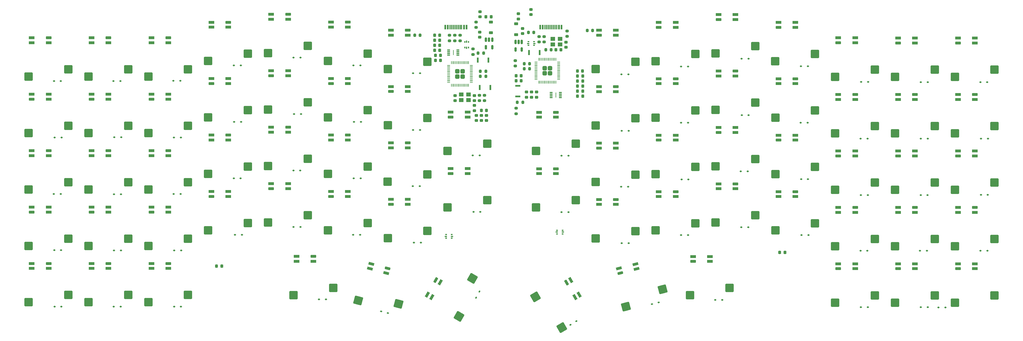
<source format=gbr>
%TF.GenerationSoftware,KiCad,Pcbnew,7.0.8*%
%TF.CreationDate,2025-08-29T19:51:39-04:00*%
%TF.ProjectId,Sango,53616e67-6f2e-46b6-9963-61645f706362,rev?*%
%TF.SameCoordinates,Original*%
%TF.FileFunction,Paste,Top*%
%TF.FilePolarity,Positive*%
%FSLAX46Y46*%
G04 Gerber Fmt 4.6, Leading zero omitted, Abs format (unit mm)*
G04 Created by KiCad (PCBNEW 7.0.8) date 2025-08-29 19:51:39*
%MOMM*%
%LPD*%
G01*
G04 APERTURE LIST*
G04 Aperture macros list*
%AMRoundRect*
0 Rectangle with rounded corners*
0 $1 Rounding radius*
0 $2 $3 $4 $5 $6 $7 $8 $9 X,Y pos of 4 corners*
0 Add a 4 corners polygon primitive as box body*
4,1,4,$2,$3,$4,$5,$6,$7,$8,$9,$2,$3,0*
0 Add four circle primitives for the rounded corners*
1,1,$1+$1,$2,$3*
1,1,$1+$1,$4,$5*
1,1,$1+$1,$6,$7*
1,1,$1+$1,$8,$9*
0 Add four rect primitives between the rounded corners*
20,1,$1+$1,$2,$3,$4,$5,0*
20,1,$1+$1,$4,$5,$6,$7,0*
20,1,$1+$1,$6,$7,$8,$9,0*
20,1,$1+$1,$8,$9,$2,$3,0*%
%AMRotRect*
0 Rectangle, with rotation*
0 The origin of the aperture is its center*
0 $1 length*
0 $2 width*
0 $3 Rotation angle, in degrees counterclockwise*
0 Add horizontal line*
21,1,$1,$2,0,0,$3*%
G04 Aperture macros list end*
%ADD10R,1.700000X0.820000*%
%ADD11RoundRect,0.205000X0.645000X0.205000X-0.645000X0.205000X-0.645000X-0.205000X0.645000X-0.205000X0*%
%ADD12RoundRect,0.112500X0.187500X0.112500X-0.187500X0.112500X-0.187500X-0.112500X0.187500X-0.112500X0*%
%ADD13RoundRect,0.112500X-0.187500X-0.112500X0.187500X-0.112500X0.187500X0.112500X-0.187500X0.112500X0*%
%ADD14RoundRect,0.225000X-0.250000X0.225000X-0.250000X-0.225000X0.250000X-0.225000X0.250000X0.225000X0*%
%ADD15RoundRect,0.205000X-0.645000X-0.205000X0.645000X-0.205000X0.645000X0.205000X-0.645000X0.205000X0*%
%ADD16RoundRect,0.200000X0.200000X0.275000X-0.200000X0.275000X-0.200000X-0.275000X0.200000X-0.275000X0*%
%ADD17RoundRect,0.112500X-0.003678X0.218630X-0.191178X-0.106130X0.003678X-0.218630X0.191178X0.106130X0*%
%ADD18RoundRect,0.225000X-0.225000X-0.250000X0.225000X-0.250000X0.225000X0.250000X-0.225000X0.250000X0*%
%ADD19RoundRect,0.200000X-0.275000X0.200000X-0.275000X-0.200000X0.275000X-0.200000X0.275000X0.200000X0*%
%ADD20RoundRect,0.200000X0.275000X-0.200000X0.275000X0.200000X-0.275000X0.200000X-0.275000X-0.200000X0*%
%ADD21R,0.550000X1.500000*%
%ADD22RoundRect,0.225000X0.250000X-0.225000X0.250000X0.225000X-0.250000X0.225000X-0.250000X-0.225000X0*%
%ADD23RotRect,1.700000X0.820000X195.000000*%
%ADD24RoundRect,0.205000X0.569964X0.364953X-0.676080X0.031077X-0.569964X-0.364953X0.676080X-0.031077X0*%
%ADD25RoundRect,0.225000X0.375000X-0.225000X0.375000X0.225000X-0.375000X0.225000X-0.375000X-0.225000X0*%
%ADD26R,0.500000X0.375000*%
%ADD27R,0.650000X0.300000*%
%ADD28RoundRect,0.218750X0.256250X-0.218750X0.256250X0.218750X-0.256250X0.218750X-0.256250X-0.218750X0*%
%ADD29RoundRect,0.218750X-0.256250X0.218750X-0.256250X-0.218750X0.256250X-0.218750X0.256250X0.218750X0*%
%ADD30RoundRect,0.150000X-0.150000X0.512500X-0.150000X-0.512500X0.150000X-0.512500X0.150000X0.512500X0*%
%ADD31R,1.400000X1.200000*%
%ADD32RoundRect,0.112500X0.210228X0.060138X-0.151994X0.157195X-0.210228X-0.060138X0.151994X-0.157195X0*%
%ADD33R,1.500000X0.550000*%
%ADD34RoundRect,0.200000X-0.200000X-0.275000X0.200000X-0.275000X0.200000X0.275000X-0.200000X0.275000X0*%
%ADD35R,0.600000X1.450000*%
%ADD36R,0.300000X1.450000*%
%ADD37RotRect,1.700000X0.820000X120.000000*%
%ADD38RoundRect,0.205000X0.500035X-0.456086X-0.144965X0.661086X-0.500035X0.456086X0.144965X-0.661086X0*%
%ADD39RotRect,1.700000X0.820000X345.000000*%
%ADD40RoundRect,0.205000X-0.676080X-0.031077X0.569964X-0.364953X0.676080X0.031077X-0.569964X0.364953X0*%
%ADD41RotRect,1.700000X0.820000X60.000000*%
%ADD42RoundRect,0.205000X-0.144965X-0.661086X0.500035X0.456086X0.144965X0.661086X-0.500035X-0.456086X0*%
%ADD43R,0.375000X0.500000*%
%ADD44R,0.300000X0.650000*%
%ADD45R,0.900000X0.300000*%
%ADD46R,0.250000X1.650000*%
%ADD47RoundRect,0.225000X0.225000X0.250000X-0.225000X0.250000X-0.225000X-0.250000X0.225000X-0.250000X0*%
%ADD48RoundRect,0.112500X-0.151994X-0.157195X0.210228X-0.060138X0.151994X0.157195X-0.210228X0.060138X0*%
%ADD49RoundRect,0.218750X-0.218750X-0.256250X0.218750X-0.256250X0.218750X0.256250X-0.218750X0.256250X0*%
%ADD50RoundRect,0.112500X0.106130X0.191178X-0.218630X0.003678X-0.106130X-0.191178X0.218630X-0.003678X0*%
%ADD51RoundRect,0.249999X0.395001X0.395001X-0.395001X0.395001X-0.395001X-0.395001X0.395001X-0.395001X0*%
%ADD52RoundRect,0.050000X0.387500X0.050000X-0.387500X0.050000X-0.387500X-0.050000X0.387500X-0.050000X0*%
%ADD53RoundRect,0.050000X0.050000X0.387500X-0.050000X0.387500X-0.050000X-0.387500X0.050000X-0.387500X0*%
%ADD54RoundRect,0.249999X-0.395001X-0.395001X0.395001X-0.395001X0.395001X0.395001X-0.395001X0.395001X0*%
%ADD55RoundRect,0.050000X-0.387500X-0.050000X0.387500X-0.050000X0.387500X0.050000X-0.387500X0.050000X0*%
%ADD56RoundRect,0.050000X-0.050000X-0.387500X0.050000X-0.387500X0.050000X0.387500X-0.050000X0.387500X0*%
%ADD57RoundRect,0.250000X-1.025000X-1.000000X1.025000X-1.000000X1.025000X1.000000X-1.025000X1.000000X0*%
%ADD58RoundRect,0.250000X0.353525X-1.387676X1.378525X0.387676X-0.353525X1.387676X-1.378525X-0.387676X0*%
%ADD59RoundRect,0.250000X-1.248893X-0.700636X0.731255X-1.231215X1.248893X0.700636X-0.731255X1.231215X0*%
%ADD60RoundRect,0.250000X-0.731255X-1.231215X1.248893X-0.700636X0.731255X1.231215X-1.248893X0.700636X0*%
%ADD61RoundRect,0.250000X-1.378525X0.387676X-0.353525X-1.387676X1.378525X-0.387676X0.353525X1.387676X0*%
G04 APERTURE END LIST*
D10*
%TO.C,D139*%
X145180000Y-249612582D03*
X145180000Y-251112582D03*
D11*
X140080000Y-251112582D03*
D10*
X140080000Y-249612582D03*
%TD*%
D12*
%TO.C,D55*%
X166987500Y-243250000D03*
X164887500Y-243250000D03*
%TD*%
D13*
%TO.C,D19*%
X318380000Y-245870000D03*
X320480000Y-245870000D03*
%TD*%
D12*
%TO.C,D51*%
X94537500Y-250340000D03*
X92437500Y-250340000D03*
%TD*%
D14*
%TO.C,C6*%
X235380000Y-219505000D03*
X235380000Y-221055000D03*
%TD*%
D10*
%TO.C,D100*%
X158180000Y-231644000D03*
X158180000Y-230144000D03*
D15*
X163280000Y-230144000D03*
D10*
X163280000Y-231644000D03*
%TD*%
%TO.C,D121*%
X140080000Y-234019000D03*
X140080000Y-232519000D03*
D15*
X145180000Y-232519000D03*
D10*
X145180000Y-234019000D03*
%TD*%
%TO.C,D94*%
X370925000Y-237318582D03*
X370925000Y-238818582D03*
D11*
X365825000Y-238818582D03*
D10*
X365825000Y-237318582D03*
%TD*%
D16*
%TO.C,R9*%
X236305000Y-210880000D03*
X234655000Y-210880000D03*
%TD*%
D12*
%TO.C,D47*%
X149087500Y-228520000D03*
X146987500Y-228520000D03*
%TD*%
D10*
%TO.C,D96*%
X334725000Y-237318582D03*
X334725000Y-238818582D03*
D11*
X329625000Y-238818582D03*
D10*
X329625000Y-237318582D03*
%TD*%
%TO.C,D80*%
X293450000Y-214618582D03*
X293450000Y-213118582D03*
D15*
X298550000Y-213118582D03*
D10*
X298550000Y-214618582D03*
%TD*%
D14*
%TO.C,C17*%
X221760000Y-226565000D03*
X221760000Y-228115000D03*
%TD*%
D17*
%TO.C,D72*%
X221165000Y-279940673D03*
X220115000Y-281759327D03*
%TD*%
D13*
%TO.C,D33*%
X292450000Y-282430000D03*
X294550000Y-282430000D03*
%TD*%
%TO.C,D25*%
X282090000Y-262830000D03*
X284190000Y-262830000D03*
%TD*%
D10*
%TO.C,D123*%
X239175000Y-244218582D03*
X239175000Y-242718582D03*
D15*
X244275000Y-242718582D03*
D10*
X244275000Y-244218582D03*
%TD*%
%TO.C,D119*%
X85780000Y-204544000D03*
X85780000Y-203044000D03*
D15*
X90880000Y-203044000D03*
D10*
X90880000Y-204544000D03*
%TD*%
%TO.C,D138*%
X163280000Y-247237582D03*
X163280000Y-248737582D03*
D11*
X158180000Y-248737582D03*
D10*
X158180000Y-247237582D03*
%TD*%
D13*
%TO.C,D4*%
X318352500Y-211690000D03*
X320452500Y-211690000D03*
%TD*%
D12*
%TO.C,D67*%
X94760000Y-284510000D03*
X92660000Y-284510000D03*
%TD*%
D13*
%TO.C,D17*%
X282230000Y-245930000D03*
X284330000Y-245930000D03*
%TD*%
D18*
%TO.C,C19*%
X207570000Y-203810000D03*
X209120000Y-203810000D03*
%TD*%
D10*
%TO.C,D75*%
X334725000Y-203071600D03*
X334725000Y-204571600D03*
D11*
X329625000Y-204571600D03*
D10*
X329625000Y-203071600D03*
%TD*%
%TO.C,D126*%
X293450000Y-248793582D03*
X293450000Y-247293582D03*
D15*
X298550000Y-247293582D03*
D10*
X298550000Y-248793582D03*
%TD*%
D12*
%TO.C,D68*%
X112667500Y-284490000D03*
X110567500Y-284490000D03*
%TD*%
D13*
%TO.C,D34*%
X336480000Y-284630000D03*
X338580000Y-284630000D03*
%TD*%
D12*
%TO.C,D66*%
X221427500Y-255780000D03*
X219327500Y-255780000D03*
%TD*%
D19*
%TO.C,R2*%
X232260000Y-224385000D03*
X232260000Y-226035000D03*
%TD*%
D10*
%TO.C,D125*%
X275350000Y-251168582D03*
X275350000Y-249668582D03*
D15*
X280450000Y-249668582D03*
D10*
X280450000Y-251168582D03*
%TD*%
%TO.C,D142*%
X103880000Y-272919000D03*
X103880000Y-271419000D03*
D15*
X108980000Y-271419000D03*
D10*
X108980000Y-272919000D03*
%TD*%
D20*
%TO.C,R19*%
X215280000Y-203945000D03*
X215280000Y-202295000D03*
%TD*%
D12*
%TO.C,D39*%
X130697500Y-216120000D03*
X128597500Y-216120000D03*
%TD*%
%TO.C,D56*%
X185220000Y-245670000D03*
X183120000Y-245670000D03*
%TD*%
D21*
%TO.C,SW4*%
X220605000Y-209800000D03*
X223855000Y-209800000D03*
%TD*%
D10*
%TO.C,D120*%
X181380000Y-215419000D03*
X181380000Y-216919000D03*
D11*
X176280000Y-216919000D03*
D10*
X176280000Y-215419000D03*
%TD*%
D13*
%TO.C,D1*%
X264090000Y-214120000D03*
X266190000Y-214120000D03*
%TD*%
D10*
%TO.C,D99*%
X163280000Y-213044000D03*
X163280000Y-214544000D03*
D11*
X158180000Y-214544000D03*
D10*
X158180000Y-213044000D03*
%TD*%
D22*
%TO.C,C1*%
X234200000Y-201775000D03*
X234200000Y-200225000D03*
%TD*%
D13*
%TO.C,D23*%
X245942500Y-255880000D03*
X248042500Y-255880000D03*
%TD*%
D12*
%TO.C,D70*%
X174700000Y-282310000D03*
X172600000Y-282310000D03*
%TD*%
D10*
%TO.C,D141*%
X85780000Y-272919000D03*
X85780000Y-271419000D03*
D15*
X90880000Y-271419000D03*
D10*
X90880000Y-272919000D03*
%TD*%
%TO.C,D102*%
X121980000Y-204544000D03*
X121980000Y-203044000D03*
D15*
X127080000Y-203044000D03*
D10*
X127080000Y-204544000D03*
%TD*%
D23*
%TO.C,D133*%
X268262494Y-271581015D03*
X268650722Y-273029904D03*
D24*
X263724500Y-274349881D03*
D23*
X263336272Y-272900992D03*
%TD*%
D10*
%TO.C,D83*%
X347725000Y-221743582D03*
X347725000Y-220243582D03*
D15*
X352825000Y-220243582D03*
D10*
X352825000Y-221743582D03*
%TD*%
D20*
%TO.C,R20*%
X213730000Y-203955000D03*
X213730000Y-202305000D03*
%TD*%
D13*
%TO.C,D20*%
X336482500Y-250690000D03*
X338582500Y-250690000D03*
%TD*%
D10*
%TO.C,D82*%
X329625000Y-221743582D03*
X329625000Y-220243582D03*
D15*
X334725000Y-220243582D03*
D10*
X334725000Y-221743582D03*
%TD*%
%TO.C,D107*%
X127080000Y-220144000D03*
X127080000Y-221644000D03*
D11*
X121980000Y-221644000D03*
D10*
X121980000Y-220144000D03*
%TD*%
%TO.C,D116*%
X199466577Y-217819000D03*
X199466577Y-219319000D03*
D11*
X194366577Y-219319000D03*
D10*
X194366577Y-217819000D03*
%TD*%
%TO.C,D79*%
X262350000Y-200743582D03*
X262350000Y-202243582D03*
D11*
X257250000Y-202243582D03*
D10*
X257250000Y-200743582D03*
%TD*%
D12*
%TO.C,D50*%
X203207500Y-230960000D03*
X201107500Y-230960000D03*
%TD*%
D25*
%TO.C,D73*%
X232230000Y-202117500D03*
X232230000Y-198817500D03*
%TD*%
D19*
%TO.C,R7*%
X219200000Y-206435000D03*
X219200000Y-208085000D03*
%TD*%
D25*
%TO.C,D122*%
X224650000Y-201560000D03*
X224650000Y-198260000D03*
%TD*%
D26*
%TO.C,U5*%
X244590000Y-261372500D03*
D27*
X244515000Y-261910000D03*
D26*
X244590000Y-262447500D03*
X246290000Y-262447500D03*
D27*
X246365000Y-261910000D03*
D26*
X246290000Y-261372500D03*
%TD*%
D10*
%TO.C,D106*%
X140080000Y-199844000D03*
X140080000Y-198344000D03*
D15*
X145180000Y-198344000D03*
D10*
X145180000Y-199844000D03*
%TD*%
%TO.C,D98*%
X103880000Y-204544000D03*
X103880000Y-203044000D03*
D15*
X108980000Y-203044000D03*
D10*
X108980000Y-204544000D03*
%TD*%
D28*
%TO.C,FB1*%
X236750000Y-196027500D03*
X236750000Y-194452500D03*
%TD*%
D12*
%TO.C,D64*%
X185047500Y-262740000D03*
X182947500Y-262740000D03*
%TD*%
D29*
%TO.C,F1*%
X232910000Y-195782500D03*
X232910000Y-197357500D03*
%TD*%
D12*
%TO.C,D61*%
X130980000Y-267440000D03*
X128880000Y-267440000D03*
%TD*%
D10*
%TO.C,D118*%
X194366577Y-202244000D03*
X194366577Y-200744000D03*
D15*
X199466577Y-200744000D03*
D10*
X199466577Y-202244000D03*
%TD*%
D12*
%TO.C,D46*%
X130867500Y-233260000D03*
X128767500Y-233260000D03*
%TD*%
D10*
%TO.C,D84*%
X365825000Y-221743582D03*
X365825000Y-220243582D03*
D15*
X370925000Y-220243582D03*
D10*
X370925000Y-221743582D03*
%TD*%
%TO.C,D137*%
X181380000Y-249612582D03*
X181380000Y-251112582D03*
D11*
X176280000Y-251112582D03*
D10*
X176280000Y-249612582D03*
%TD*%
%TO.C,D89*%
X239175000Y-227118582D03*
X239175000Y-225618582D03*
D15*
X244275000Y-225618582D03*
D10*
X244275000Y-227118582D03*
%TD*%
D20*
%TO.C,R14*%
X239170000Y-204335000D03*
X239170000Y-202685000D03*
%TD*%
D10*
%TO.C,D90*%
X257250000Y-219343582D03*
X257250000Y-217843582D03*
D15*
X262350000Y-217843582D03*
D10*
X262350000Y-219343582D03*
%TD*%
%TO.C,D85*%
X370925000Y-203143582D03*
X370925000Y-204643582D03*
D11*
X365825000Y-204643582D03*
D10*
X365825000Y-203143582D03*
%TD*%
D18*
%TO.C,C10*%
X250790000Y-214670000D03*
X252340000Y-214670000D03*
%TD*%
D30*
%TO.C,U3*%
X225000000Y-203642500D03*
X224050000Y-203642500D03*
X223100000Y-203642500D03*
X223100000Y-205917500D03*
X225000000Y-205917500D03*
%TD*%
D18*
%TO.C,C30*%
X141665000Y-272210000D03*
X143215000Y-272210000D03*
%TD*%
D12*
%TO.C,D65*%
X203420000Y-265090000D03*
X201320000Y-265090000D03*
%TD*%
D31*
%TO.C,Y1*%
X245520000Y-203340000D03*
X243320000Y-203340000D03*
X243320000Y-205040000D03*
X245520000Y-205040000D03*
%TD*%
D10*
%TO.C,D76*%
X316625000Y-198368582D03*
X316625000Y-199868582D03*
D11*
X311525000Y-199868582D03*
D10*
X311525000Y-198368582D03*
%TD*%
D18*
%TO.C,C15*%
X207565000Y-202290000D03*
X209115000Y-202290000D03*
%TD*%
D10*
%TO.C,D128*%
X329625000Y-255918582D03*
X329625000Y-254418582D03*
D15*
X334725000Y-254418582D03*
D10*
X334725000Y-255918582D03*
%TD*%
D12*
%TO.C,D37*%
X94600000Y-216150000D03*
X92500000Y-216150000D03*
%TD*%
%TO.C,D49*%
X185317500Y-228500000D03*
X183217500Y-228500000D03*
%TD*%
D19*
%TO.C,R17*%
X220140000Y-198275000D03*
X220140000Y-199925000D03*
%TD*%
D16*
%TO.C,R3*%
X234225000Y-222620000D03*
X232575000Y-222620000D03*
%TD*%
D10*
%TO.C,D101*%
X108980000Y-254344000D03*
X108980000Y-255844000D03*
D11*
X103880000Y-255844000D03*
D10*
X103880000Y-254344000D03*
%TD*%
%TO.C,D78*%
X280450000Y-198368582D03*
X280450000Y-199868582D03*
D11*
X275350000Y-199868582D03*
D10*
X275350000Y-198368582D03*
%TD*%
D22*
%TO.C,C23*%
X213810000Y-222080000D03*
X213810000Y-220530000D03*
%TD*%
D18*
%TO.C,C5*%
X250790000Y-220740000D03*
X252340000Y-220740000D03*
%TD*%
D32*
%TO.C,D71*%
X193484222Y-286441760D03*
X191455778Y-285898240D03*
%TD*%
D10*
%TO.C,D104*%
X176280000Y-234019000D03*
X176280000Y-232519000D03*
D15*
X181380000Y-232519000D03*
D10*
X181380000Y-234019000D03*
%TD*%
D18*
%TO.C,C11*%
X232195000Y-216070000D03*
X233745000Y-216070000D03*
%TD*%
D21*
%TO.C,SW3*%
X221225000Y-218130000D03*
X224475000Y-218130000D03*
%TD*%
D10*
%TO.C,D108*%
X194366577Y-236394000D03*
X194366577Y-234894000D03*
D15*
X199466577Y-234894000D03*
D10*
X199466577Y-236394000D03*
%TD*%
D19*
%TO.C,R4*%
X232010000Y-209975000D03*
X232010000Y-211625000D03*
%TD*%
D13*
%TO.C,D26*%
X300330000Y-260430000D03*
X302430000Y-260430000D03*
%TD*%
D10*
%TO.C,D115*%
X90880000Y-220144000D03*
X90880000Y-221644000D03*
D11*
X85780000Y-221644000D03*
D10*
X85780000Y-220144000D03*
%TD*%
%TO.C,D140*%
X127080000Y-254344000D03*
X127080000Y-255844000D03*
D11*
X121980000Y-255844000D03*
D10*
X121980000Y-254344000D03*
%TD*%
D13*
%TO.C,D5*%
X336530000Y-216460000D03*
X338630000Y-216460000D03*
%TD*%
D18*
%TO.C,C14*%
X250790000Y-217700000D03*
X252340000Y-217700000D03*
%TD*%
D10*
%TO.C,D88*%
X262350000Y-234943582D03*
X262350000Y-236443582D03*
D11*
X257250000Y-236443582D03*
D10*
X257250000Y-234943582D03*
%TD*%
D12*
%TO.C,D45*%
X112847500Y-233210000D03*
X110747500Y-233210000D03*
%TD*%
D14*
%TO.C,C26*%
X219590000Y-220530000D03*
X219590000Y-222080000D03*
%TD*%
D10*
%TO.C,D132*%
X290837592Y-269295077D03*
X290837592Y-270795077D03*
D11*
X285737592Y-270795077D03*
D10*
X285737592Y-269295077D03*
%TD*%
D13*
%TO.C,D22*%
X372750000Y-250610000D03*
X374850000Y-250610000D03*
%TD*%
D10*
%TO.C,D81*%
X311525000Y-216968582D03*
X311525000Y-215468582D03*
D15*
X316625000Y-215468582D03*
D10*
X316625000Y-216968582D03*
%TD*%
%TO.C,D113*%
X103880000Y-238744000D03*
X103880000Y-237244000D03*
D15*
X108980000Y-237244000D03*
D10*
X108980000Y-238744000D03*
%TD*%
D19*
%TO.C,R11*%
X247670000Y-201005000D03*
X247670000Y-202655000D03*
%TD*%
D13*
%TO.C,D14*%
X372812500Y-233590000D03*
X374912500Y-233590000D03*
%TD*%
D31*
%TO.C,Y2*%
X215600000Y-221935000D03*
X217800000Y-221935000D03*
X217800000Y-220235000D03*
X215600000Y-220235000D03*
%TD*%
D13*
%TO.C,D12*%
X336350000Y-233580000D03*
X338450000Y-233580000D03*
%TD*%
D18*
%TO.C,C27*%
X207575000Y-206850000D03*
X209125000Y-206850000D03*
%TD*%
D12*
%TO.C,D48*%
X167180000Y-226190000D03*
X165080000Y-226190000D03*
%TD*%
D10*
%TO.C,D135*%
X217555000Y-242662582D03*
X217555000Y-244162582D03*
D11*
X212455000Y-244162582D03*
D10*
X212455000Y-242662582D03*
%TD*%
D33*
%TO.C,SW2*%
X232720000Y-220855000D03*
X232720000Y-217605000D03*
%TD*%
D12*
%TO.C,D41*%
X167017500Y-209050000D03*
X164917500Y-209050000D03*
%TD*%
%TO.C,D69*%
X130917500Y-284530000D03*
X128817500Y-284530000D03*
%TD*%
D10*
%TO.C,D131*%
X334725000Y-271518582D03*
X334725000Y-273018582D03*
D11*
X329625000Y-273018582D03*
D10*
X329625000Y-271518582D03*
%TD*%
D13*
%TO.C,D9*%
X282102500Y-228800000D03*
X284202500Y-228800000D03*
%TD*%
D10*
%TO.C,D87*%
X280450000Y-232568582D03*
X280450000Y-234068582D03*
D11*
X275350000Y-234068582D03*
D10*
X275350000Y-232568582D03*
%TD*%
D34*
%TO.C,R6*%
X220725000Y-207700000D03*
X222375000Y-207700000D03*
%TD*%
D10*
%TO.C,D127*%
X311525000Y-251168582D03*
X311525000Y-249668582D03*
D15*
X316625000Y-249668582D03*
D10*
X316625000Y-251168582D03*
%TD*%
D34*
%TO.C,R12*%
X235945000Y-201460000D03*
X237595000Y-201460000D03*
%TD*%
D12*
%TO.C,D58*%
X221237500Y-238700000D03*
X219137500Y-238700000D03*
%TD*%
D35*
%TO.C,J3*%
X217230000Y-199789000D03*
X216455000Y-199789000D03*
D36*
X215255000Y-199789000D03*
X214255000Y-199789000D03*
X213755000Y-199789000D03*
X212755000Y-199789000D03*
D35*
X211555000Y-199789000D03*
X210780000Y-199789000D03*
X210780000Y-199789000D03*
X211555000Y-199789000D03*
D36*
X212255000Y-199789000D03*
X213255000Y-199789000D03*
X214755000Y-199789000D03*
X215755000Y-199789000D03*
D35*
X216455000Y-199789000D03*
X217230000Y-199789000D03*
%TD*%
D34*
%TO.C,R10*%
X234655000Y-212400000D03*
X236305000Y-212400000D03*
%TD*%
D13*
%TO.C,D8*%
X264142500Y-231210000D03*
X266242500Y-231210000D03*
%TD*%
D37*
%TO.C,D134*%
X251292238Y-280878442D03*
X249993200Y-281628442D03*
D38*
X247443200Y-277211712D03*
D37*
X248742238Y-276461712D03*
%TD*%
D13*
%TO.C,D6*%
X354580000Y-216510000D03*
X356680000Y-216510000D03*
%TD*%
D16*
%TO.C,R1*%
X242820000Y-206690000D03*
X241170000Y-206690000D03*
%TD*%
D18*
%TO.C,C4*%
X250790000Y-216190000D03*
X252340000Y-216190000D03*
%TD*%
D13*
%TO.C,D3*%
X300402500Y-209420000D03*
X302502500Y-209420000D03*
%TD*%
D10*
%TO.C,D112*%
X217555000Y-225569000D03*
X217555000Y-227069000D03*
D11*
X212455000Y-227069000D03*
D10*
X212455000Y-225569000D03*
%TD*%
%TO.C,D111*%
X108980000Y-220144000D03*
X108980000Y-221644000D03*
D11*
X103880000Y-221644000D03*
D10*
X103880000Y-220144000D03*
%TD*%
%TO.C,D136*%
X199466577Y-251987582D03*
X199466577Y-253487582D03*
D11*
X194366577Y-253487582D03*
D10*
X194366577Y-251987582D03*
%TD*%
D13*
%TO.C,D18*%
X300150000Y-243500000D03*
X302250000Y-243500000D03*
%TD*%
D12*
%TO.C,D53*%
X130800000Y-250340000D03*
X128700000Y-250340000D03*
%TD*%
D10*
%TO.C,D74*%
X352825000Y-203143582D03*
X352825000Y-204643582D03*
D11*
X347725000Y-204643582D03*
D10*
X347725000Y-203143582D03*
%TD*%
D26*
%TO.C,U7*%
X212740000Y-263747500D03*
D27*
X212815000Y-263210000D03*
D26*
X212740000Y-262672500D03*
X211040000Y-262672500D03*
D27*
X210965000Y-263210000D03*
D26*
X211040000Y-263747500D03*
%TD*%
D10*
%TO.C,D92*%
X347725000Y-255918582D03*
X347725000Y-254418582D03*
D15*
X352825000Y-254418582D03*
D10*
X352825000Y-255918582D03*
%TD*%
%TO.C,D144*%
X165866577Y-270737582D03*
X165866577Y-269237582D03*
D15*
X170966577Y-269237582D03*
D10*
X170966577Y-270737582D03*
%TD*%
D12*
%TO.C,D63*%
X167057500Y-260320000D03*
X164957500Y-260320000D03*
%TD*%
%TO.C,D54*%
X148957500Y-245670000D03*
X146857500Y-245670000D03*
%TD*%
D18*
%TO.C,C21*%
X207805000Y-209890000D03*
X209355000Y-209890000D03*
%TD*%
%TO.C,C28*%
X207805000Y-208360000D03*
X209355000Y-208360000D03*
%TD*%
D10*
%TO.C,D124*%
X257250000Y-253543582D03*
X257250000Y-252043582D03*
D15*
X262350000Y-252043582D03*
D10*
X262350000Y-253543582D03*
%TD*%
%TO.C,D114*%
X176280000Y-199819000D03*
X176280000Y-198319000D03*
D15*
X181380000Y-198319000D03*
D10*
X181380000Y-199819000D03*
%TD*%
D13*
%TO.C,D36*%
X359882500Y-284770000D03*
X361982500Y-284770000D03*
%TD*%
D10*
%TO.C,D109*%
X85780000Y-238744000D03*
X85780000Y-237244000D03*
D15*
X90880000Y-237244000D03*
D10*
X90880000Y-238744000D03*
%TD*%
D14*
%TO.C,C2*%
X247320000Y-204395000D03*
X247320000Y-205945000D03*
%TD*%
D10*
%TO.C,D77*%
X298550000Y-196018582D03*
X298550000Y-197518582D03*
D11*
X293450000Y-197518582D03*
D10*
X293450000Y-196018582D03*
%TD*%
%TO.C,D129*%
X370925000Y-271518582D03*
X370925000Y-273018582D03*
D11*
X365825000Y-273018582D03*
D10*
X365825000Y-271518582D03*
%TD*%
D20*
%TO.C,R5*%
X221110000Y-222130000D03*
X221110000Y-220480000D03*
%TD*%
D13*
%TO.C,D35*%
X354590000Y-284690000D03*
X356690000Y-284690000D03*
%TD*%
%TO.C,D11*%
X318230000Y-228760000D03*
X320330000Y-228760000D03*
%TD*%
D39*
%TO.C,D145*%
X188059712Y-272984680D03*
X188447940Y-271535791D03*
D40*
X193374162Y-272855768D03*
D39*
X192985934Y-274304657D03*
%TD*%
D12*
%TO.C,D52*%
X112760000Y-250420000D03*
X110660000Y-250420000D03*
%TD*%
D41*
%TO.C,D146*%
X206720219Y-281583218D03*
X205421181Y-280833218D03*
D42*
X207971181Y-276416488D03*
D41*
X209270219Y-277166488D03*
%TD*%
D10*
%TO.C,D97*%
X316625000Y-232568582D03*
X316625000Y-234068582D03*
D11*
X311525000Y-234068582D03*
D10*
X311525000Y-232568582D03*
%TD*%
D12*
%TO.C,D62*%
X149300000Y-262700000D03*
X147200000Y-262700000D03*
%TD*%
D21*
%TO.C,SW1*%
X239355000Y-207540000D03*
X236105000Y-207540000D03*
%TD*%
D43*
%TO.C,U8*%
X216722500Y-206040000D03*
D44*
X217260000Y-206115000D03*
D43*
X217797500Y-206040000D03*
X217797500Y-204340000D03*
D44*
X217260000Y-204265000D03*
D43*
X216722500Y-204340000D03*
%TD*%
D12*
%TO.C,D42*%
X185177500Y-211450000D03*
X183077500Y-211450000D03*
%TD*%
D19*
%TO.C,R8*%
X222690000Y-220465000D03*
X222690000Y-222115000D03*
%TD*%
D45*
%TO.C,IC2*%
X211850000Y-206780000D03*
X211850000Y-207280000D03*
X211850000Y-207780000D03*
X211850000Y-208280000D03*
X214650000Y-208280000D03*
X214650000Y-207780000D03*
X214650000Y-207280000D03*
X214650000Y-206780000D03*
D46*
X213250000Y-207530000D03*
%TD*%
D34*
%TO.C,R16*%
X201575000Y-202290000D03*
X203225000Y-202290000D03*
%TD*%
D10*
%TO.C,D143*%
X121980000Y-272919000D03*
X121980000Y-271419000D03*
D15*
X127080000Y-271419000D03*
D10*
X127080000Y-272919000D03*
%TD*%
%TO.C,D117*%
X121980000Y-238744000D03*
X121980000Y-237244000D03*
D15*
X127080000Y-237244000D03*
D10*
X127080000Y-238744000D03*
%TD*%
D34*
%TO.C,R21*%
X221405000Y-213160000D03*
X223055000Y-213160000D03*
%TD*%
D12*
%TO.C,D57*%
X203117500Y-247990000D03*
X201017500Y-247990000D03*
%TD*%
D22*
%TO.C,C25*%
X219580000Y-225105000D03*
X219580000Y-223555000D03*
%TD*%
D14*
%TO.C,C7*%
X236900000Y-219505000D03*
X236900000Y-221055000D03*
%TD*%
D10*
%TO.C,D91*%
X275350000Y-216968582D03*
X275350000Y-215468582D03*
D15*
X280450000Y-215468582D03*
D10*
X280450000Y-216968582D03*
%TD*%
D18*
%TO.C,C12*%
X250785000Y-213150000D03*
X252335000Y-213150000D03*
%TD*%
D12*
%TO.C,D59*%
X94687500Y-267420000D03*
X92587500Y-267420000D03*
%TD*%
D30*
%TO.C,U1*%
X233960000Y-204292500D03*
X233010000Y-204292500D03*
X232060000Y-204292500D03*
X232060000Y-206567500D03*
X233960000Y-206567500D03*
%TD*%
D13*
%TO.C,D28*%
X336330000Y-267570000D03*
X338430000Y-267570000D03*
%TD*%
%TO.C,D10*%
X300442500Y-226490000D03*
X302542500Y-226490000D03*
%TD*%
D47*
%TO.C,C29*%
X313485000Y-268080000D03*
X311935000Y-268080000D03*
%TD*%
D13*
%TO.C,D7*%
X372580000Y-216480000D03*
X374680000Y-216480000D03*
%TD*%
D10*
%TO.C,D105*%
X90880000Y-254344000D03*
X90880000Y-255844000D03*
D11*
X85780000Y-255844000D03*
D10*
X85780000Y-254344000D03*
%TD*%
D13*
%TO.C,D13*%
X354552500Y-233600000D03*
X356652500Y-233600000D03*
%TD*%
%TO.C,D29*%
X354360000Y-267570000D03*
X356460000Y-267570000D03*
%TD*%
D48*
%TO.C,D32*%
X273325778Y-283751760D03*
X275354222Y-283208240D03*
%TD*%
D12*
%TO.C,D44*%
X94790000Y-233250000D03*
X92690000Y-233250000D03*
%TD*%
D10*
%TO.C,D93*%
X365825000Y-255918582D03*
X365825000Y-254418582D03*
D15*
X370925000Y-254418582D03*
D10*
X370925000Y-255918582D03*
%TD*%
D18*
%TO.C,C24*%
X221745000Y-225060000D03*
X223295000Y-225060000D03*
%TD*%
%TO.C,C3*%
X244265000Y-206690000D03*
X245815000Y-206690000D03*
%TD*%
%TO.C,C9*%
X232200000Y-214550000D03*
X233750000Y-214550000D03*
%TD*%
D12*
%TO.C,D40*%
X148977500Y-211400000D03*
X146877500Y-211400000D03*
%TD*%
D49*
%TO.C,F2*%
X223080000Y-196660000D03*
X224655000Y-196660000D03*
%TD*%
D10*
%TO.C,D103*%
X145180000Y-215444000D03*
X145180000Y-216944000D03*
D11*
X140080000Y-216944000D03*
D10*
X140080000Y-215444000D03*
%TD*%
D12*
%TO.C,D38*%
X112597500Y-216130000D03*
X110497500Y-216130000D03*
%TD*%
D10*
%TO.C,D110*%
X158180000Y-197444000D03*
X158180000Y-195944000D03*
D15*
X163280000Y-195944000D03*
D10*
X163280000Y-197444000D03*
%TD*%
D18*
%TO.C,C20*%
X207575000Y-205330000D03*
X209125000Y-205330000D03*
%TD*%
D35*
%TO.C,J1*%
X245950000Y-199820000D03*
X245175000Y-199820000D03*
D36*
X243975000Y-199820000D03*
X242975000Y-199820000D03*
X242475000Y-199820000D03*
X241475000Y-199820000D03*
D35*
X240275000Y-199820000D03*
X239500000Y-199820000D03*
X239500000Y-199820000D03*
X240275000Y-199820000D03*
D36*
X240975000Y-199820000D03*
X241975000Y-199820000D03*
X243475000Y-199820000D03*
X244475000Y-199820000D03*
D35*
X245175000Y-199820000D03*
X245950000Y-199820000D03*
%TD*%
D50*
%TO.C,D31*%
X250459327Y-288925000D03*
X248640673Y-289975000D03*
%TD*%
D51*
%TO.C,U2*%
X242460000Y-213832500D03*
X242460000Y-212232500D03*
X240860000Y-213832500D03*
X240860000Y-212232500D03*
D52*
X245097500Y-215632500D03*
X245097500Y-215232500D03*
X245097500Y-214832500D03*
X245097500Y-214432500D03*
X245097500Y-214032500D03*
X245097500Y-213632500D03*
X245097500Y-213232500D03*
X245097500Y-212832500D03*
X245097500Y-212432500D03*
X245097500Y-212032500D03*
X245097500Y-211632500D03*
X245097500Y-211232500D03*
X245097500Y-210832500D03*
X245097500Y-210432500D03*
D53*
X244260000Y-209595000D03*
X243860000Y-209595000D03*
X243460000Y-209595000D03*
X243060000Y-209595000D03*
X242660000Y-209595000D03*
X242260000Y-209595000D03*
X241860000Y-209595000D03*
X241460000Y-209595000D03*
X241060000Y-209595000D03*
X240660000Y-209595000D03*
X240260000Y-209595000D03*
X239860000Y-209595000D03*
X239460000Y-209595000D03*
X239060000Y-209595000D03*
D52*
X238222500Y-210432500D03*
X238222500Y-210832500D03*
X238222500Y-211232500D03*
X238222500Y-211632500D03*
X238222500Y-212032500D03*
X238222500Y-212432500D03*
X238222500Y-212832500D03*
X238222500Y-213232500D03*
X238222500Y-213632500D03*
X238222500Y-214032500D03*
X238222500Y-214432500D03*
X238222500Y-214832500D03*
X238222500Y-215232500D03*
X238222500Y-215632500D03*
D53*
X239060000Y-216470000D03*
X239460000Y-216470000D03*
X239860000Y-216470000D03*
X240260000Y-216470000D03*
X240660000Y-216470000D03*
X241060000Y-216470000D03*
X241460000Y-216470000D03*
X241860000Y-216470000D03*
X242260000Y-216470000D03*
X242660000Y-216470000D03*
X243060000Y-216470000D03*
X243460000Y-216470000D03*
X243860000Y-216470000D03*
X244260000Y-216470000D03*
%TD*%
D22*
%TO.C,C22*%
X221260000Y-202905000D03*
X221260000Y-201355000D03*
%TD*%
D10*
%TO.C,D95*%
X352825000Y-237318582D03*
X352825000Y-238818582D03*
D11*
X347725000Y-238818582D03*
D10*
X347725000Y-237318582D03*
%TD*%
D54*
%TO.C,U4*%
X214472500Y-213200000D03*
X214472500Y-214800000D03*
X216072500Y-213200000D03*
X216072500Y-214800000D03*
D55*
X211835000Y-211400000D03*
X211835000Y-211800000D03*
X211835000Y-212200000D03*
X211835000Y-212600000D03*
X211835000Y-213000000D03*
X211835000Y-213400000D03*
X211835000Y-213800000D03*
X211835000Y-214200000D03*
X211835000Y-214600000D03*
X211835000Y-215000000D03*
X211835000Y-215400000D03*
X211835000Y-215800000D03*
X211835000Y-216200000D03*
X211835000Y-216600000D03*
D56*
X212672500Y-217437500D03*
X213072500Y-217437500D03*
X213472500Y-217437500D03*
X213872500Y-217437500D03*
X214272500Y-217437500D03*
X214672500Y-217437500D03*
X215072500Y-217437500D03*
X215472500Y-217437500D03*
X215872500Y-217437500D03*
X216272500Y-217437500D03*
X216672500Y-217437500D03*
X217072500Y-217437500D03*
X217472500Y-217437500D03*
X217872500Y-217437500D03*
D55*
X218710000Y-216600000D03*
X218710000Y-216200000D03*
X218710000Y-215800000D03*
X218710000Y-215400000D03*
X218710000Y-215000000D03*
X218710000Y-214600000D03*
X218710000Y-214200000D03*
X218710000Y-213800000D03*
X218710000Y-213400000D03*
X218710000Y-213000000D03*
X218710000Y-212600000D03*
X218710000Y-212200000D03*
X218710000Y-211800000D03*
X218710000Y-211400000D03*
D56*
X217872500Y-210562500D03*
X217472500Y-210562500D03*
X217072500Y-210562500D03*
X216672500Y-210562500D03*
X216272500Y-210562500D03*
X215872500Y-210562500D03*
X215472500Y-210562500D03*
X215072500Y-210562500D03*
X214672500Y-210562500D03*
X214272500Y-210562500D03*
X213872500Y-210562500D03*
X213472500Y-210562500D03*
X213072500Y-210562500D03*
X212672500Y-210562500D03*
%TD*%
D12*
%TO.C,D60*%
X112747500Y-267460000D03*
X110647500Y-267460000D03*
%TD*%
D45*
%TO.C,IC1*%
X245640000Y-221170000D03*
X245640000Y-220670000D03*
X245640000Y-220170000D03*
X245640000Y-219670000D03*
X242840000Y-219670000D03*
X242840000Y-220170000D03*
X242840000Y-220670000D03*
X242840000Y-221170000D03*
D46*
X244240000Y-220420000D03*
%TD*%
D13*
%TO.C,D24*%
X264160000Y-265280000D03*
X266260000Y-265280000D03*
%TD*%
D20*
%TO.C,R13*%
X240690000Y-204325000D03*
X240690000Y-202675000D03*
%TD*%
D13*
%TO.C,D21*%
X354542500Y-250670000D03*
X356642500Y-250670000D03*
%TD*%
D18*
%TO.C,C13*%
X250790000Y-219220000D03*
X252340000Y-219220000D03*
%TD*%
D13*
%TO.C,D30*%
X372612500Y-267520000D03*
X374712500Y-267520000D03*
%TD*%
D14*
%TO.C,C16*%
X223280000Y-226565000D03*
X223280000Y-228115000D03*
%TD*%
D20*
%TO.C,R18*%
X212070000Y-203965000D03*
X212070000Y-202315000D03*
%TD*%
D14*
%TO.C,C18*%
X220230000Y-226570000D03*
X220230000Y-228120000D03*
%TD*%
D16*
%TO.C,R22*%
X223055000Y-214700000D03*
X221405000Y-214700000D03*
%TD*%
%TO.C,R15*%
X255385000Y-200810000D03*
X253735000Y-200810000D03*
%TD*%
D13*
%TO.C,D2*%
X282140000Y-211800000D03*
X284240000Y-211800000D03*
%TD*%
D29*
%TO.C,FB2*%
X221350000Y-195152500D03*
X221350000Y-196727500D03*
%TD*%
D12*
%TO.C,D43*%
X203167500Y-213830000D03*
X201067500Y-213830000D03*
%TD*%
D26*
%TO.C,U6*%
X237640000Y-205327500D03*
D27*
X237715000Y-204790000D03*
D26*
X237640000Y-204252500D03*
X235940000Y-204252500D03*
D27*
X235865000Y-204790000D03*
D26*
X235940000Y-205327500D03*
%TD*%
D13*
%TO.C,D27*%
X318490000Y-262790000D03*
X320590000Y-262790000D03*
%TD*%
%TO.C,D16*%
X263972500Y-248170000D03*
X266072500Y-248170000D03*
%TD*%
%TO.C,D15*%
X245982500Y-238800000D03*
X248082500Y-238800000D03*
%TD*%
D10*
%TO.C,D86*%
X298550000Y-230218582D03*
X298550000Y-231718582D03*
D11*
X293450000Y-231718582D03*
D10*
X293450000Y-230218582D03*
%TD*%
D14*
%TO.C,C8*%
X238420000Y-219505000D03*
X238420000Y-221055000D03*
%TD*%
D10*
%TO.C,D130*%
X352825000Y-271518582D03*
X352825000Y-273018582D03*
D11*
X347725000Y-273018582D03*
D10*
X347725000Y-271518582D03*
%TD*%
D57*
%TO.C,K68*%
X102930000Y-283169000D03*
X114930000Y-280969000D03*
%TD*%
%TO.C,K46*%
X121030000Y-231894000D03*
X133030000Y-229694000D03*
%TD*%
%TO.C,K62*%
X139130000Y-261362582D03*
X151130000Y-259162582D03*
%TD*%
%TO.C,K6*%
X346775000Y-214893582D03*
X358775000Y-212693582D03*
%TD*%
%TO.C,K47*%
X139130000Y-227194000D03*
X151130000Y-224994000D03*
%TD*%
%TO.C,K38*%
X102930000Y-214794000D03*
X114930000Y-212594000D03*
%TD*%
%TO.C,K64*%
X175330000Y-261362582D03*
X187330000Y-259162582D03*
%TD*%
%TO.C,K49*%
X175330000Y-227169000D03*
X187330000Y-224969000D03*
%TD*%
D58*
%TO.C,K72*%
X214920000Y-287450000D03*
X219014745Y-275957695D03*
%TD*%
D57*
%TO.C,K55*%
X157230000Y-241894000D03*
X169230000Y-239694000D03*
%TD*%
%TO.C,K66*%
X211505000Y-254412582D03*
X223505000Y-252212582D03*
%TD*%
%TO.C,K26*%
X292500000Y-259043582D03*
X304500000Y-256843582D03*
%TD*%
%TO.C,K17*%
X274400000Y-244318582D03*
X286400000Y-242118582D03*
%TD*%
%TO.C,K41*%
X157230000Y-207694000D03*
X169230000Y-205494000D03*
%TD*%
%TO.C,K57*%
X193405000Y-246644000D03*
X205405000Y-244444000D03*
%TD*%
D59*
%TO.C,K71*%
X184492172Y-282639541D03*
X196652684Y-283620333D03*
%TD*%
D57*
%TO.C,K10*%
X292500000Y-224868582D03*
X304500000Y-222668582D03*
%TD*%
%TO.C,K60*%
X102930000Y-266094000D03*
X114930000Y-263894000D03*
%TD*%
%TO.C,K52*%
X102930000Y-248994000D03*
X114930000Y-246794000D03*
%TD*%
%TO.C,K9*%
X274400000Y-227218582D03*
X286400000Y-225018582D03*
%TD*%
%TO.C,K13*%
X346775000Y-231993582D03*
X358775000Y-229793582D03*
%TD*%
%TO.C,K23*%
X238225000Y-254468582D03*
X250225000Y-252268582D03*
%TD*%
%TO.C,K44*%
X84830000Y-231894000D03*
X96830000Y-229694000D03*
%TD*%
%TO.C,K48*%
X157230000Y-224794000D03*
X169230000Y-222594000D03*
%TD*%
%TO.C,K67*%
X84830000Y-283169000D03*
X96830000Y-280969000D03*
%TD*%
%TO.C,K34*%
X328675000Y-283268582D03*
X340675000Y-281068582D03*
%TD*%
%TO.C,K65*%
X193416577Y-263737582D03*
X205416577Y-261537582D03*
%TD*%
%TO.C,K69*%
X121030000Y-283169000D03*
X133030000Y-280969000D03*
%TD*%
%TO.C,K25*%
X274400000Y-261418582D03*
X286400000Y-259218582D03*
%TD*%
%TO.C,K45*%
X102930000Y-231894000D03*
X114930000Y-229694000D03*
%TD*%
%TO.C,K5*%
X328675000Y-214893582D03*
X340675000Y-212693582D03*
%TD*%
D60*
%TO.C,K32*%
X265459766Y-284496499D03*
X276481474Y-279265633D03*
%TD*%
D57*
%TO.C,K58*%
X211505000Y-237319000D03*
X223505000Y-235119000D03*
%TD*%
%TO.C,K3*%
X292500000Y-207768582D03*
X304500000Y-205568582D03*
%TD*%
%TO.C,K42*%
X175330000Y-210069000D03*
X187330000Y-207869000D03*
%TD*%
%TO.C,K40*%
X139130000Y-210094000D03*
X151130000Y-207894000D03*
%TD*%
%TO.C,K63*%
X157230000Y-258987582D03*
X169230000Y-256787582D03*
%TD*%
%TO.C,K19*%
X310600000Y-244318582D03*
X322600000Y-242118582D03*
%TD*%
%TO.C,K11*%
X310600000Y-227218582D03*
X322600000Y-225018582D03*
%TD*%
%TO.C,K15*%
X238225000Y-237368582D03*
X250225000Y-235168582D03*
%TD*%
%TO.C,K35*%
X346775000Y-283268582D03*
X358775000Y-281068582D03*
%TD*%
%TO.C,K28*%
X328675000Y-266168582D03*
X340675000Y-263968582D03*
%TD*%
%TO.C,K12*%
X328675000Y-231993582D03*
X340675000Y-229793582D03*
%TD*%
%TO.C,K30*%
X364875000Y-266168582D03*
X376875000Y-263968582D03*
%TD*%
%TO.C,K24*%
X256300000Y-263793582D03*
X268300000Y-261593582D03*
%TD*%
%TO.C,K37*%
X84830000Y-214794000D03*
X96830000Y-212594000D03*
%TD*%
%TO.C,K22*%
X364875000Y-249068582D03*
X376875000Y-246868582D03*
%TD*%
%TO.C,K1*%
X256300000Y-212493582D03*
X268300000Y-210293582D03*
%TD*%
%TO.C,K36*%
X364875000Y-283268582D03*
X376875000Y-281068582D03*
%TD*%
%TO.C,K8*%
X256300000Y-229593582D03*
X268300000Y-227393582D03*
%TD*%
%TO.C,K27*%
X310600000Y-261418582D03*
X322600000Y-259218582D03*
%TD*%
%TO.C,K61*%
X121030000Y-266094000D03*
X133030000Y-263894000D03*
%TD*%
%TO.C,K54*%
X139130000Y-244269000D03*
X151130000Y-242069000D03*
%TD*%
%TO.C,K39*%
X121030000Y-214794000D03*
X133030000Y-212594000D03*
%TD*%
%TO.C,K33*%
X284787592Y-281045077D03*
X296787592Y-278845077D03*
%TD*%
%TO.C,K50*%
X193430000Y-229569000D03*
X205430000Y-227369000D03*
%TD*%
%TO.C,K70*%
X164916577Y-280987582D03*
X176916577Y-278787582D03*
%TD*%
D61*
%TO.C,K31*%
X238091440Y-281513988D03*
X245996695Y-290806293D03*
%TD*%
D57*
%TO.C,K53*%
X121030000Y-248994000D03*
X133030000Y-246794000D03*
%TD*%
%TO.C,K14*%
X364875000Y-231993582D03*
X376875000Y-229793582D03*
%TD*%
%TO.C,K2*%
X274400000Y-210118582D03*
X286400000Y-207918582D03*
%TD*%
%TO.C,K56*%
X175330000Y-244269000D03*
X187330000Y-242069000D03*
%TD*%
%TO.C,K18*%
X292500000Y-241968582D03*
X304500000Y-239768582D03*
%TD*%
%TO.C,K16*%
X256300000Y-246693582D03*
X268300000Y-244493582D03*
%TD*%
%TO.C,K43*%
X193430000Y-212494000D03*
X205430000Y-210294000D03*
%TD*%
%TO.C,K4*%
X310575000Y-210118582D03*
X322575000Y-207918582D03*
%TD*%
%TO.C,K21*%
X346775000Y-249068582D03*
X358775000Y-246868582D03*
%TD*%
%TO.C,K59*%
X84830000Y-266094000D03*
X96830000Y-263894000D03*
%TD*%
%TO.C,K20*%
X328675000Y-249068582D03*
X340675000Y-246868582D03*
%TD*%
%TO.C,K51*%
X84830000Y-248994000D03*
X96830000Y-246794000D03*
%TD*%
%TO.C,K7*%
X364875000Y-214893582D03*
X376875000Y-212693582D03*
%TD*%
%TO.C,K29*%
X346775000Y-266168582D03*
X358775000Y-263968582D03*
%TD*%
M02*

</source>
